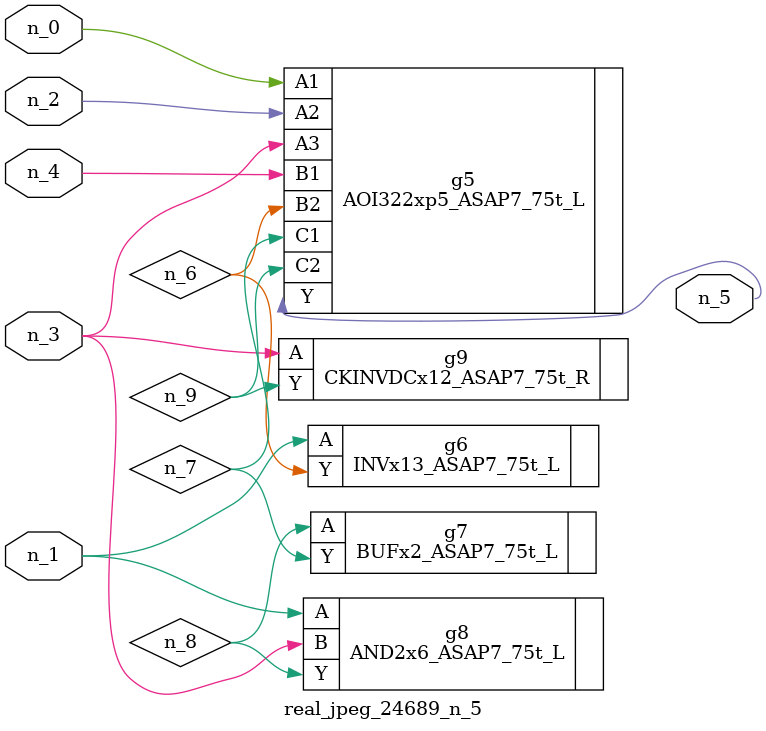
<source format=v>
module real_jpeg_24689_n_5 (n_4, n_0, n_1, n_2, n_3, n_5);

input n_4;
input n_0;
input n_1;
input n_2;
input n_3;

output n_5;

wire n_8;
wire n_6;
wire n_7;
wire n_9;

AOI322xp5_ASAP7_75t_L g5 ( 
.A1(n_0),
.A2(n_2),
.A3(n_3),
.B1(n_4),
.B2(n_6),
.C1(n_7),
.C2(n_9),
.Y(n_5)
);

INVx13_ASAP7_75t_L g6 ( 
.A(n_1),
.Y(n_6)
);

AND2x6_ASAP7_75t_L g8 ( 
.A(n_1),
.B(n_3),
.Y(n_8)
);

CKINVDCx12_ASAP7_75t_R g9 ( 
.A(n_3),
.Y(n_9)
);

BUFx2_ASAP7_75t_L g7 ( 
.A(n_8),
.Y(n_7)
);


endmodule
</source>
